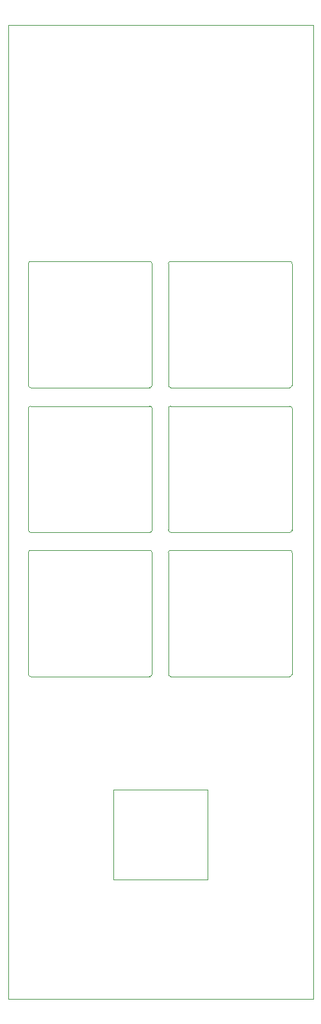
<source format=gbr>
G04 #@! TF.GenerationSoftware,KiCad,Pcbnew,(6.0.11)*
G04 #@! TF.CreationDate,2023-03-02T17:20:23+00:00*
G04 #@! TF.ProjectId,QMidiMonger_panel,514d6964-694d-46f6-9e67-65725f70616e,rev?*
G04 #@! TF.SameCoordinates,Original*
G04 #@! TF.FileFunction,Profile,NP*
%FSLAX46Y46*%
G04 Gerber Fmt 4.6, Leading zero omitted, Abs format (unit mm)*
G04 Created by KiCad (PCBNEW (6.0.11)) date 2023-03-02 17:20:23*
%MOMM*%
%LPD*%
G01*
G04 APERTURE LIST*
G04 #@! TA.AperFunction,Profile*
%ADD10C,0.100000*%
G04 #@! TD*
G04 #@! TA.AperFunction,Profile*
%ADD11C,0.120000*%
G04 #@! TD*
G04 APERTURE END LIST*
D10*
X95850000Y-29000000D02*
X136150000Y-29000000D01*
X136150000Y-29000000D02*
X136150000Y-157500000D01*
X136150000Y-157500000D02*
X95850000Y-157500000D01*
X95850000Y-157500000D02*
X95850000Y-29000000D01*
D11*
X98540000Y-79580000D02*
X98540000Y-95620000D01*
X114580000Y-95920000D02*
X98820000Y-95920000D01*
X114890000Y-79580000D02*
X114890000Y-95620000D01*
X114580000Y-79280000D02*
X98820000Y-79280000D01*
X98539999Y-95620000D02*
G75*
G03*
X98820000Y-95920000I291316J-8772D01*
G01*
X114890039Y-79579999D02*
G75*
G03*
X114580000Y-79280000I-306839J-6901D01*
G01*
X98820000Y-79279999D02*
G75*
G03*
X98540000Y-79580000I12375J-292217D01*
G01*
X114580001Y-95919990D02*
G75*
G03*
X114890000Y-95620000I17299J292290D01*
G01*
X133080000Y-95920000D02*
X117320000Y-95920000D01*
X133080000Y-79280000D02*
X117320000Y-79280000D01*
X133390000Y-79580000D02*
X133390000Y-95620000D01*
X117040000Y-79580000D02*
X117040000Y-95620000D01*
X117320000Y-79279999D02*
G75*
G03*
X117040000Y-79580000I12375J-292217D01*
G01*
X133390039Y-79579999D02*
G75*
G03*
X133080000Y-79280000I-306839J-6901D01*
G01*
X133080001Y-95919990D02*
G75*
G03*
X133390000Y-95620000I17299J292290D01*
G01*
X117039999Y-95620000D02*
G75*
G03*
X117320000Y-95920000I291316J-8772D01*
G01*
X117040000Y-60480000D02*
X117040000Y-76520000D01*
X133080000Y-76820000D02*
X117320000Y-76820000D01*
X133390000Y-60480000D02*
X133390000Y-76520000D01*
X133080000Y-60180000D02*
X117320000Y-60180000D01*
X133080001Y-76819990D02*
G75*
G03*
X133390000Y-76520000I17299J292290D01*
G01*
X133390039Y-60479999D02*
G75*
G03*
X133080000Y-60180000I-306839J-6901D01*
G01*
X117039999Y-76520000D02*
G75*
G03*
X117320000Y-76820000I291316J-8772D01*
G01*
X117320000Y-60179999D02*
G75*
G03*
X117040000Y-60480000I12375J-292217D01*
G01*
D10*
X109800000Y-129900000D02*
X122200000Y-129900000D01*
X122200000Y-129900000D02*
X122200000Y-141700000D01*
X122200000Y-141700000D02*
X109800000Y-141700000D01*
X109800000Y-141700000D02*
X109800000Y-129900000D01*
D11*
X133080000Y-98280000D02*
X117320000Y-98280000D01*
X133390000Y-98580000D02*
X133390000Y-114620000D01*
X117040000Y-98580000D02*
X117040000Y-114620000D01*
X133080000Y-114920000D02*
X117320000Y-114920000D01*
X117039999Y-114620000D02*
G75*
G03*
X117320000Y-114920000I291316J-8772D01*
G01*
X133080001Y-114919990D02*
G75*
G03*
X133390000Y-114620000I17299J292290D01*
G01*
X133390039Y-98579999D02*
G75*
G03*
X133080000Y-98280000I-306839J-6901D01*
G01*
X117320000Y-98279999D02*
G75*
G03*
X117040000Y-98580000I12375J-292217D01*
G01*
X114890000Y-60480000D02*
X114890000Y-76520000D01*
X98540000Y-60480000D02*
X98540000Y-76520000D01*
X114580000Y-76820000D02*
X98820000Y-76820000D01*
X114580000Y-60180000D02*
X98820000Y-60180000D01*
X114580001Y-76819990D02*
G75*
G03*
X114890000Y-76520000I17299J292290D01*
G01*
X98820000Y-60179999D02*
G75*
G03*
X98540000Y-60480000I12375J-292217D01*
G01*
X114890039Y-60479999D02*
G75*
G03*
X114580000Y-60180000I-306839J-6901D01*
G01*
X98539999Y-76520000D02*
G75*
G03*
X98820000Y-76820000I291316J-8772D01*
G01*
X114890000Y-98580000D02*
X114890000Y-114620000D01*
X98540000Y-98580000D02*
X98540000Y-114620000D01*
X114580000Y-98280000D02*
X98820000Y-98280000D01*
X114580000Y-114920000D02*
X98820000Y-114920000D01*
X98820000Y-98279999D02*
G75*
G03*
X98540000Y-98580000I12375J-292217D01*
G01*
X98539999Y-114620000D02*
G75*
G03*
X98820000Y-114920000I291316J-8772D01*
G01*
X114580001Y-114919990D02*
G75*
G03*
X114890000Y-114620000I17299J292290D01*
G01*
X114890039Y-98579999D02*
G75*
G03*
X114580000Y-98280000I-306839J-6901D01*
G01*
M02*

</source>
